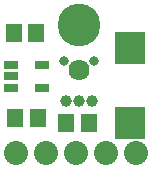
<source format=gts>
G75*
%MOIN*%
%OFA0B0*%
%FSLAX25Y25*%
%IPPOS*%
%LPD*%
%AMOC8*
5,1,8,0,0,1.08239X$1,22.5*
%
%ADD10R,0.05518X0.06306*%
%ADD11R,0.05124X0.02565*%
%ADD12C,0.08000*%
%ADD13C,0.14243*%
%ADD14C,0.03943*%
%ADD15C,0.03156*%
%ADD16C,0.07014*%
%ADD17C,0.03746*%
%ADD18R,0.09849X0.10636*%
D10*
X0009062Y0023000D03*
X0016542Y0023000D03*
X0026062Y0021500D03*
X0033542Y0021500D03*
X0016042Y0051500D03*
X0008562Y0051500D03*
D11*
X0007683Y0040740D03*
X0007683Y0037000D03*
X0007683Y0033260D03*
X0017920Y0033260D03*
X0017920Y0040740D03*
D12*
X0009302Y0011500D03*
X0019302Y0011500D03*
X0029302Y0011500D03*
X0039302Y0011500D03*
X0049302Y0011500D03*
D13*
X0030302Y0054000D03*
D14*
X0030302Y0028685D03*
X0025971Y0028685D03*
X0034633Y0028685D03*
D15*
X0035302Y0042110D03*
X0025302Y0042110D03*
D16*
X0030302Y0039000D03*
D17*
X0030302Y0039000D03*
D18*
X0047302Y0046598D03*
X0047302Y0021402D03*
M02*

</source>
